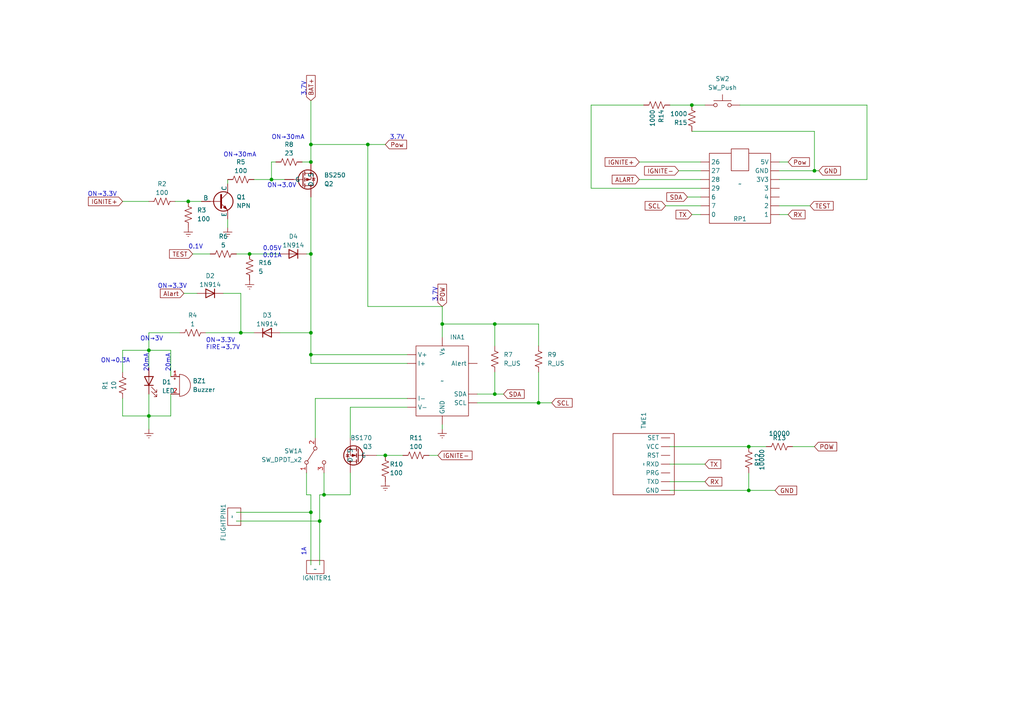
<source format=kicad_sch>
(kicad_sch (version 20230121) (generator eeschema)
  (paper "A4")
  (lib_symbols
    (symbol "Currentmeter-Voltmeter:INA226_module"
      (property "Reference" "INA226" (at 0 0 0))
      (symbol "INA226_module_0_1"
        (rectangle (start -7.62 10.16) (end 7.62 -10.16))
      )
      (symbol "INA226_module_1_1"
        (pin input line (at 10.16 5.08 180) (length 2.54) (name "Alert") (number ""))
        (pin input line (at 0 -12.7 90) (length 2.54) (name "GND") (number ""))
        (pin input line (at -10.16 5.08 0) (length 2.54) (name "I+") (number ""))
        (pin input line (at -10.16 -5.08 0) (length 2.54) (name "I-") (number ""))
        (pin input line (at 10.16 -6.35 180) (length 2.54) (name "SCL") (number ""))
        (pin input line (at 10.16 -3.81 180) (length 2.54) (name "SDA") (number ""))
        (pin input line (at -10.16 7.62 0) (length 2.54) (name "V+") (number ""))
        (pin input line (at -10.16 -7.62 0) (length 2.54) (name "V-") (number ""))
        (pin input line (at 0 12.7 270) (length 2.54) (name "Vs") (number ""))
      )
    )
    (symbol "Device:Buzzer" (pin_names (offset 0.0254) hide)
      (property "Reference" "BZ" (at 3.81 1.27 0))
      (property "Value" "Buzzer" (at 3.81 -1.27 0))
      (symbol "Buzzer_0_1"
        (arc (start 0 -3.175) (mid 3.1612 0) (end 0 3.175))
        (polyline (pts (xy -1.651 1.905) (xy -1.143 1.905)))
        (polyline (pts (xy -1.397 2.159) (xy -1.397 1.651)))
        (polyline (pts (xy 0 3.175) (xy 0 -3.175)))
      )
      (symbol "Buzzer_1_1"
        (pin passive line (at -2.54 2.54 0) (length 2.54) (name "-") (number "1"))
        (pin passive line (at -2.54 -2.54 0) (length 2.54) (name "+") (number "2"))
      )
    )
    (symbol "Device:LED" (pin_numbers hide) (pin_names (offset 1.016) hide)
      (property "Reference" "D" (at 0 2.54 0))
      (property "Value" "LED" (at 0 -2.54 0))
      (symbol "LED_0_1"
        (polyline (pts (xy -1.27 -1.27) (xy -1.27 1.27)) (stroke (width 0.254)))
        (polyline (pts (xy -1.27 0) (xy 1.27 0)))
        (polyline (pts (xy 1.27 -1.27) (xy 1.27 1.27) (xy -1.27 0) (xy 1.27 -1.27)) (stroke (width 0.254)))
        (polyline (pts (xy -3.048 -0.762) (xy -4.572 -2.286) (xy -3.81 -2.286) (xy -4.572 -2.286) (xy -4.572 -1.524)))
        (polyline (pts (xy -1.778 -0.762) (xy -3.302 -2.286) (xy -2.54 -2.286) (xy -3.302 -2.286) (xy -3.302 -1.524)))
      )
      (symbol "LED_1_1"
        (pin passive line (at -3.81 0 0) (length 2.54) (name "K") (number "1"))
        (pin passive line (at 3.81 0 180) (length 2.54) (name "A") (number "2"))
      )
    )
    (symbol "Device:R_US" (pin_numbers hide) (pin_names (offset 0))
      (property "Reference" "R" (at 2.54 0 90))
      (property "Value" "R_US" (at -2.54 0 90))
      (symbol "R_US_0_1"
        (polyline (pts (xy 0 -2.286) (xy 0 -2.54)))
        (polyline (pts (xy 0 2.286) (xy 0 2.54)))
        (polyline (pts (xy 0 -0.762) (xy 1.016 -1.143) (xy 0 -1.524) (xy -1.016 -1.905) (xy 0 -2.286)))
        (polyline (pts (xy 0 0.762) (xy 1.016 0.381) (xy 0 0) (xy -1.016 -0.381) (xy 0 -0.762)))
        (polyline (pts (xy 0 2.286) (xy 1.016 1.905) (xy 0 1.524) (xy -1.016 1.143) (xy 0 0.762)))
      )
      (symbol "R_US_1_1"
        (pin passive line (at 0 3.81 270) (length 1.27) (name "~") (number "1"))
        (pin passive line (at 0 -3.81 90) (length 1.27) (name "~") (number "2"))
      )
    )
    (symbol "Diode:1N914" (pin_numbers hide) (pin_names hide)
      (property "Reference" "D" (at 0 2.54 0))
      (property "Value" "1N914" (at 0 -2.54 0))
      (symbol "1N914_0_1"
        (polyline (pts (xy -1.27 1.27) (xy -1.27 -1.27)) (stroke (width 0.254)))
        (polyline (pts (xy 1.27 0) (xy -1.27 0)))
        (polyline (pts (xy 1.27 1.27) (xy 1.27 -1.27) (xy -1.27 0) (xy 1.27 1.27)) (stroke (width 0.254)))
      )
      (symbol "1N914_1_1"
        (pin passive line (at -3.81 0 0) (length 2.54) (name "K") (number "1"))
        (pin passive line (at 3.81 0 180) (length 2.54) (name "A") (number "2"))
      )
    )
    (symbol "Simulation_SPICE:NPN" (pin_numbers hide) (pin_names (offset 0))
      (property "Reference" "Q" (at -2.54 7.62 0))
      (property "Value" "NPN" (at -2.54 5.08 0))
      (symbol "NPN_0_1"
        (polyline (pts (xy -2.54 0) (xy 0.635 0)) (stroke (width 0.1524)))
        (polyline (pts (xy 0.635 0.635) (xy 2.54 2.54)))
        (polyline (pts (xy 2.794 -1.27) (xy 2.794 -1.27)) (stroke (width 0.1524)))
        (polyline (pts (xy 2.794 -1.27) (xy 2.794 -1.27)) (stroke (width 0.1524)))
        (polyline (pts (xy 0.635 -0.635) (xy 2.54 -2.54) (xy 2.54 -2.54)))
        (polyline (pts (xy 0.635 1.905) (xy 0.635 -1.905) (xy 0.635 -1.905)) (stroke (width 0.508)))
        (polyline (pts (xy 1.27 -1.778) (xy 1.778 -1.27) (xy 2.286 -2.286) (xy 1.27 -1.778) (xy 1.27 -1.778)) (fill (type outline)))
        (circle (center 1.27 0) (radius 2.8194) (stroke (width 0.254)))
      )
      (symbol "NPN_1_1"
        (pin open_collector line (at 2.54 5.08 270) (length 2.54) (name "C") (number "1"))
        (pin input line (at -5.08 0 0) (length 2.54) (name "B") (number "2"))
        (pin open_emitter line (at 2.54 -5.08 90) (length 2.54) (name "E") (number "3"))
      )
    )
    (symbol "SingleIgniter_1"
      (property "Reference" "Ig" (at 0 0 0))
      (symbol "SingleIgniter_1_0_1"
        (rectangle (start -2.54 2.54) (end 2.54 -1.27))
      )
      (symbol "SingleIgniter_1_1_1"
        (pin input line (at -1.27 1.27 90) (length 0) (name "") (number ""))
        (pin input line (at 1.27 1.27 90) (length 0) (name "") (number ""))
      )
    )
    (symbol "Switch:SW_DPDT_x2" (pin_names (offset 0) hide)
      (property "Reference" "SW" (at 0 4.318 0))
      (property "Value" "SW_DPDT_x2" (at 0 -5.08 0))
      (symbol "SW_DPDT_x2_0_0"
        (circle (center -2.032 0) (radius 0.508))
        (circle (center 2.032 -2.54) (radius 0.508))
      )
      (symbol "SW_DPDT_x2_0_1"
        (polyline (pts (xy -1.524 0.254) (xy 1.651 2.286)))
        (circle (center 2.032 2.54) (radius 0.508))
      )
      (symbol "SW_DPDT_x2_1_1"
        (pin passive line (at 5.08 2.54 180) (length 2.54) (name "A") (number "1"))
        (pin passive line (at -5.08 0 0) (length 2.54) (name "B") (number "2"))
        (pin passive line (at 5.08 -2.54 180) (length 2.54) (name "C") (number "3"))
      )
      (symbol "SW_DPDT_x2_2_1"
        (pin passive line (at 5.08 2.54 180) (length 2.54) (name "A") (number "4"))
        (pin passive line (at -5.08 0 0) (length 2.54) (name "B") (number "5"))
        (pin passive line (at 5.08 -2.54 180) (length 2.54) (name "C") (number "6"))
      )
    )
    (symbol "Switch:SW_Push" (pin_numbers hide) (pin_names (offset 1.016) hide)
      (property "Reference" "SW" (at 1.27 2.54 0))
      (property "Value" "SW_Push" (at 0 -1.524 0))
      (symbol "SW_Push_0_1"
        (circle (center -2.032 0) (radius 0.508))
        (polyline (pts (xy 0 1.27) (xy 0 3.048)))
        (polyline (pts (xy 2.54 1.27) (xy -2.54 1.27)))
        (circle (center 2.032 0) (radius 0.508))
        (pin passive line (at -5.08 0 0) (length 2.54) (name "1") (number "1"))
        (pin passive line (at 5.08 0 180) (length 2.54) (name "2") (number "2"))
      )
    )
    (symbol "Transistor_FET:BS170" (pin_numbers hide)
      (property "Reference" "Q" (at 5.08 1.905 0))
      (property "Value" "BS170" (at 5.08 0 0))
      (symbol "BS170_0_1"
        (polyline (pts (xy 0.254 0) (xy -2.54 0)))
        (polyline (pts (xy 0.254 1.905) (xy 0.254 -1.905)) (stroke (width 0.254)))
        (polyline (pts (xy 0.762 -1.27) (xy 0.762 -2.286)) (stroke (width 0.254)))
        (polyline (pts (xy 0.762 0.508) (xy 0.762 -0.508)) (stroke (width 0.254)))
        (polyline (pts (xy 0.762 2.286) (xy 0.762 1.27)) (stroke (width 0.254)))
        (polyline (pts (xy 2.54 2.54) (xy 2.54 1.778)))
        (polyline (pts (xy 2.54 -2.54) (xy 2.54 0) (xy 0.762 0)))
        (polyline (pts (xy 0.762 -1.778) (xy 3.302 -1.778) (xy 3.302 1.778) (xy 0.762 1.778)))
        (polyline (pts (xy 1.016 0) (xy 2.032 0.381) (xy 2.032 -0.381) (xy 1.016 0)) (fill (type outline)))
        (polyline (pts (xy 2.794 0.508) (xy 2.921 0.381) (xy 3.683 0.381) (xy 3.81 0.254)))
        (polyline (pts (xy 3.302 0.381) (xy 2.921 -0.254) (xy 3.683 -0.254) (xy 3.302 0.381)))
        (circle (center 1.651 0) (radius 2.794) (stroke (width 0.254)))
        (circle (center 2.54 -1.778) (radius 0.254) (fill (type outline)))
        (circle (center 2.54 1.778) (radius 0.254) (fill (type outline)))
      )
      (symbol "BS170_1_1"
        (pin passive line (at 2.54 5.08 270) (length 2.54) (name "D") (number "1"))
        (pin input line (at -5.08 0 0) (length 2.54) (name "G") (number "2"))
        (pin passive line (at 2.54 -5.08 90) (length 2.54) (name "S") (number "3"))
      )
    )
    (symbol "Transistor_FET:BS250" (pin_numbers hide)
      (property "Reference" "Q" (at 5.08 1.905 0))
      (property "Value" "BS250" (at 5.08 0 0))
      (symbol "BS250_0_1"
        (polyline (pts (xy 0.254 0) (xy -2.54 0)))
        (polyline (pts (xy 0.254 1.905) (xy 0.254 -1.905)) (stroke (width 0.254)))
        (polyline (pts (xy 0.762 -1.27) (xy 0.762 -2.286)) (stroke (width 0.254)))
        (polyline (pts (xy 0.762 0.508) (xy 0.762 -0.508)) (stroke (width 0.254)))
        (polyline (pts (xy 0.762 2.286) (xy 0.762 1.27)) (stroke (width 0.254)))
        (polyline (pts (xy 2.54 2.54) (xy 2.54 1.778)))
        (polyline (pts (xy 2.54 -2.54) (xy 2.54 0) (xy 0.762 0)))
        (polyline (pts (xy 0.762 1.778) (xy 3.302 1.778) (xy 3.302 -1.778) (xy 0.762 -1.778)))
        (polyline (pts (xy 2.286 0) (xy 1.27 0.381) (xy 1.27 -0.381) (xy 2.286 0)) (fill (type outline)))
        (polyline (pts (xy 2.794 -0.508) (xy 2.921 -0.381) (xy 3.683 -0.381) (xy 3.81 -0.254)))
        (polyline (pts (xy 3.302 -0.381) (xy 2.921 0.254) (xy 3.683 0.254) (xy 3.302 -0.381)))
        (circle (center 1.651 0) (radius 2.794) (stroke (width 0.254)))
        (circle (center 2.54 -1.778) (radius 0.254) (fill (type outline)))
        (circle (center 2.54 1.778) (radius 0.254) (fill (type outline)))
      )
      (symbol "BS250_1_1"
        (pin passive line (at 2.54 5.08 270) (length 2.54) (name "D") (number "1"))
        (pin input line (at -5.08 0 0) (length 2.54) (name "G") (number "2"))
        (pin passive line (at 2.54 -5.08 90) (length 2.54) (name "S") (number "3"))
      )
    )
    (symbol "miconboard:Seeed_Xiao_RP2040"
      (property "Reference" "RP2040" (at 0 -1.27 90))
      (symbol "Seeed_Xiao_RP2040_1_1"
        (polyline (pts (xy -8.89 -11.43) (xy -8.89 8.89) (xy -2.54 8.89) (xy -2.54 10.16) (xy -2.54 3.81) (xy 2.54 3.81) (xy 2.54 10.16) (xy -2.54 10.16) (xy 2.54 10.16) (xy 2.54 8.89) (xy 8.89 8.89) (xy 8.89 -11.43) (xy -7.62 -11.43) (xy -8.89 -11.43)))
        (pin input line (at -11.43 -8.89 0) (length 2.54) (name "0") (number ""))
        (pin input line (at 11.43 -8.89 180) (length 2.54) (name "1") (number ""))
        (pin input line (at 11.43 -6.35 180) (length 2.54) (name "2") (number ""))
        (pin input line (at -11.43 6.35 0) (length 2.54) (name "26") (number ""))
        (pin input line (at -11.43 3.81 0) (length 2.54) (name "27") (number ""))
        (pin input line (at -11.43 1.27 0) (length 2.54) (name "28") (number ""))
        (pin input line (at -11.43 -1.27 0) (length 2.54) (name "29") (number ""))
        (pin input line (at 11.43 -1.27 180) (length 2.54) (name "3") (number ""))
        (pin input line (at 11.43 1.27 180) (length 2.54) (name "3V3") (number ""))
        (pin input line (at 11.43 -3.81 180) (length 2.54) (name "4") (number ""))
        (pin input line (at 11.43 6.35 180) (length 2.54) (name "5V") (number ""))
        (pin input line (at -11.43 -3.81 0) (length 2.54) (name "6") (number ""))
        (pin input line (at -11.43 -6.35 0) (length 2.54) (name "7") (number ""))
        (pin input line (at 11.43 3.81 180) (length 2.54) (name "GND") (number ""))
      )
    )
    (symbol "miconboard:TWELITE_UART"
      (property "Reference" "TWE" (at 0 0 0))
      (symbol "TWELITE_UART_0_1"
        (rectangle (start -8.89 8.89) (end 8.89 -8.89))
      )
      (symbol "TWELITE_UART_1_1"
        (pin input line (at -7.62 -7.62 90) (length 2.54) (name "GND") (number ""))
        (pin input line (at -2.54 -7.62 90) (length 2.54) (name "PRG") (number ""))
        (pin input line (at 2.54 -7.62 90) (length 2.54) (name "RST") (number ""))
        (pin input line (at 0 -7.62 90) (length 2.54) (name "RXD") (number ""))
        (pin input line (at 7.62 -7.62 90) (length 2.54) (name "SET") (number ""))
        (pin input line (at -5.08 -7.62 90) (length 2.54) (name "TXD") (number ""))
        (pin input line (at 5.08 -7.62 90) (length 2.54) (name "VCC") (number ""))
      )
    )
    (symbol "power:Earth" (power) (pin_names (offset 0))
      (symbol "Earth_0_1"
        (polyline (pts (xy -0.635 -1.905) (xy 0.635 -1.905)))
        (polyline (pts (xy -0.127 -2.54) (xy 0.127 -2.54)))
        (polyline (pts (xy 0 -1.27) (xy 0 0)))
        (polyline (pts (xy 1.27 -1.27) (xy -1.27 -1.27)))
      )
      (symbol "Earth_1_1"
        (pin power_in line (at 0 0 270) (length 0) hide (name "Earth") (number "1"))
      )
    )
  )
  (junction (at 143.51 114.3))
  (junction (at 236.22 49.53))
  (junction (at 217.17 142.24))
  (junction (at 72.39 73.66))
  (junction (at 106.68 41.91))
  (junction (at 92.71 151.13))
  (junction (at 200.66 30.48))
  (junction (at 43.18 120.65))
  (junction (at 54.61 58.42))
  (junction (at 43.18 101.6))
  (junction (at 90.17 46.99))
  (junction (at 128.27 93.98))
  (junction (at 143.51 93.98))
  (junction (at 90.17 41.91))
  (junction (at 90.17 102.87))
  (junction (at 78.74 52.07))
  (junction (at 69.85 96.52))
  (junction (at 156.21 116.84))
  (junction (at 90.17 96.52))
  (junction (at 90.17 73.66))
  (junction (at 111.76 132.08))
  (junction (at 217.17 129.54))
  (junction (at 93.98 143.51))
  (junction (at 90.17 148.59))
  (wire (pts (xy 90.17 73.66) (xy 90.17 96.52)))
  (wire (pts (xy 138.43 116.84) (xy 156.21 116.84)))
  (wire (pts (xy 143.51 93.98) (xy 143.51 100.33)))
  (wire (pts (xy 101.6 118.11) (xy 118.11 118.11)))
  (wire (pts (xy 229.87 129.54) (xy 236.22 129.54)))
  (wire (pts (xy 217.17 142.24) (xy 224.79 142.24)))
  (wire (pts (xy 118.11 115.57) (xy 91.44 115.57)))
  (wire (pts (xy 87.63 46.99) (xy 90.17 46.99)))
  (wire (pts (xy 194.31 30.48) (xy 200.66 30.48)))
  (wire (pts (xy 128.27 93.98) (xy 128.27 97.79)))
  (wire (pts (xy 88.9 73.66) (xy 90.17 73.66)))
  (wire (pts (xy 156.21 116.84) (xy 160.02 116.84)))
  (wire (pts (xy 194.31 142.24) (xy 217.17 142.24)))
  (wire (pts (xy 143.51 107.95) (xy 143.51 114.3)))
  (wire (pts (xy 90.17 143.51) (xy 90.17 148.59)))
  (wire (pts (xy 251.46 30.48) (xy 251.46 52.07)))
  (wire (pts (xy 90.17 41.91) (xy 90.17 46.99)))
  (wire (pts (xy 35.56 120.65) (xy 43.18 120.65)))
  (wire (pts (xy 106.68 41.91) (xy 111.76 41.91)))
  (wire (pts (xy 118.11 105.41) (xy 90.17 105.41)))
  (wire (pts (xy 35.56 101.6) (xy 43.18 101.6)))
  (wire (pts (xy 171.45 30.48) (xy 171.45 54.61)))
  (wire (pts (xy 143.51 93.98) (xy 156.21 93.98)))
  (wire (pts (xy 49.53 101.6) (xy 49.53 109.22)))
  (wire (pts (xy 43.18 96.52) (xy 43.18 101.6)))
  (wire (pts (xy 226.06 49.53) (xy 236.22 49.53)))
  (wire (pts (xy 217.17 129.54) (xy 222.25 129.54)))
  (wire (pts (xy 128.27 88.9) (xy 106.68 88.9)))
  (wire (pts (xy 53.34 85.09) (xy 57.15 85.09)))
  (wire (pts (xy 59.69 96.52) (xy 69.85 96.52)))
  (wire (pts (xy 43.18 101.6) (xy 43.18 106.68)))
  (wire (pts (xy 43.18 114.3) (xy 43.18 120.65)))
  (wire (pts (xy 35.56 107.95) (xy 35.56 101.6)))
  (wire (pts (xy 69.85 85.09) (xy 69.85 96.52)))
  (wire (pts (xy 236.22 49.53) (xy 237.49 49.53)))
  (wire (pts (xy 90.17 143.51) (xy 88.9 143.51)))
  (wire (pts (xy 50.8 58.42) (xy 54.61 58.42)))
  (wire (pts (xy 199.39 57.15) (xy 203.2 57.15)))
  (wire (pts (xy 90.17 41.91) (xy 106.68 41.91)))
  (wire (pts (xy 228.6 46.99) (xy 226.06 46.99)))
  (wire (pts (xy 156.21 107.95) (xy 156.21 116.84)))
  (wire (pts (xy 214.63 30.48) (xy 251.46 30.48)))
  (wire (pts (xy 116.84 132.08) (xy 111.76 132.08)))
  (wire (pts (xy 128.27 123.19) (xy 128.27 124.46)))
  (wire (pts (xy 93.98 143.51) (xy 93.98 137.16)))
  (wire (pts (xy 251.46 52.07) (xy 226.06 52.07)))
  (wire (pts (xy 43.18 96.52) (xy 52.07 96.52)))
  (wire (pts (xy 106.68 88.9) (xy 106.68 41.91)))
  (wire (pts (xy 143.51 114.3) (xy 146.05 114.3)))
  (wire (pts (xy 78.74 46.99) (xy 78.74 52.07)))
  (wire (pts (xy 68.58 148.59) (xy 90.17 148.59)))
  (wire (pts (xy 226.06 59.69) (xy 234.95 59.69)))
  (wire (pts (xy 196.85 49.53) (xy 203.2 49.53)))
  (wire (pts (xy 156.21 100.33) (xy 156.21 93.98)))
  (wire (pts (xy 101.6 137.16) (xy 101.6 143.51)))
  (wire (pts (xy 73.66 52.07) (xy 78.74 52.07)))
  (wire (pts (xy 193.04 59.69) (xy 203.2 59.69)))
  (wire (pts (xy 194.31 139.7) (xy 204.47 139.7)))
  (wire (pts (xy 200.66 62.23) (xy 203.2 62.23)))
  (wire (pts (xy 88.9 143.51) (xy 88.9 137.16)))
  (wire (pts (xy 124.46 132.08) (xy 127 132.08)))
  (wire (pts (xy 185.42 52.07) (xy 203.2 52.07)))
  (wire (pts (xy 90.17 57.15) (xy 90.17 73.66)))
  (wire (pts (xy 90.17 29.21) (xy 90.17 41.91)))
  (wire (pts (xy 43.18 101.6) (xy 49.53 101.6)))
  (wire (pts (xy 101.6 127) (xy 101.6 118.11)))
  (wire (pts (xy 111.76 132.08) (xy 109.22 132.08)))
  (wire (pts (xy 194.31 129.54) (xy 217.17 129.54)))
  (wire (pts (xy 66.04 52.07) (xy 66.04 53.34)))
  (wire (pts (xy 128.27 88.9) (xy 128.27 93.98)))
  (wire (pts (xy 92.71 151.13) (xy 92.71 143.51)))
  (wire (pts (xy 72.39 73.66) (xy 81.28 73.66)))
  (wire (pts (xy 66.04 63.5) (xy 66.04 66.04)))
  (wire (pts (xy 194.31 134.62) (xy 204.47 134.62)))
  (wire (pts (xy 217.17 137.16) (xy 217.17 142.24)))
  (wire (pts (xy 49.53 114.3) (xy 49.53 120.65)))
  (wire (pts (xy 92.71 151.13) (xy 92.71 163.83)))
  (wire (pts (xy 43.18 120.65) (xy 43.18 124.46)))
  (wire (pts (xy 68.58 73.66) (xy 72.39 73.66)))
  (wire (pts (xy 90.17 96.52) (xy 90.17 102.87)))
  (wire (pts (xy 54.61 58.42) (xy 58.42 58.42)))
  (wire (pts (xy 138.43 114.3) (xy 143.51 114.3)))
  (wire (pts (xy 68.58 151.13) (xy 92.71 151.13)))
  (wire (pts (xy 64.77 85.09) (xy 69.85 85.09)))
  (wire (pts (xy 78.74 52.07) (xy 82.55 52.07)))
  (wire (pts (xy 55.88 73.66) (xy 60.96 73.66)))
  (wire (pts (xy 91.44 115.57) (xy 91.44 127)))
  (wire (pts (xy 101.6 143.51) (xy 93.98 143.51)))
  (wire (pts (xy 81.28 96.52) (xy 90.17 96.52)))
  (wire (pts (xy 171.45 54.61) (xy 203.2 54.61)))
  (wire (pts (xy 186.69 30.48) (xy 171.45 30.48)))
  (wire (pts (xy 90.17 148.59) (xy 90.17 163.83)))
  (wire (pts (xy 226.06 62.23) (xy 228.6 62.23)))
  (wire (pts (xy 49.53 120.65) (xy 43.18 120.65)))
  (wire (pts (xy 128.27 93.98) (xy 143.51 93.98)))
  (wire (pts (xy 236.22 38.1) (xy 236.22 49.53)))
  (wire (pts (xy 185.42 46.99) (xy 203.2 46.99)))
  (wire (pts (xy 200.66 38.1) (xy 236.22 38.1)))
  (wire (pts (xy 90.17 105.41) (xy 90.17 102.87)))
  (wire (pts (xy 35.56 115.57) (xy 35.56 120.65)))
  (wire (pts (xy 78.74 46.99) (xy 80.01 46.99)))
  (wire (pts (xy 69.85 96.52) (xy 73.66 96.52)))
  (wire (pts (xy 200.66 30.48) (xy 204.47 30.48)))
  (wire (pts (xy 93.98 143.51) (xy 92.71 143.51)))
  (wire (pts (xy 35.56 58.42) (xy 43.18 58.42)))
  (wire (pts (xy 90.17 102.87) (xy 118.11 102.87)))
  (text "3.7V" (at 88.9 27.94 90) (effects (font (size 1.27 1.27)) (justify left bottom)))
  (text "20mA" (at 49.53 107.95 90) (effects (font (size 1.27 1.27)) (justify left bottom)))
  (text "ON→30mA" (at 78.74 40.64 0) (effects (font (size 1.27 1.27)) (justify left bottom)))
  (text "20mA" (at 43.18 107.95 90) (effects (font (size 1.27 1.27)) (justify left bottom)))
  (text "ON→3V" (at 40.64 99.06 0) (effects (font (size 1.27 1.27)) (justify left bottom)))
  (text "ON→3.0V" (at 77.47 54.61 0) (effects (font (size 1.27 1.27)) (justify left bottom)))
  (text "0.05V\n0.01A" (at 76.2 74.93 0) (effects (font (size 1.27 1.27)) (justify left bottom)))
  (text "0.1V" (at 54.61 72.39 0) (effects (font (size 1.27 1.27)) (justify left bottom)))
  (text "ON→30mA" (at 64.77 45.72 0) (effects (font (size 1.27 1.27)) (justify left bottom)))
  (text "ON→3.3V" (at 25.4 57.15 0) (effects (font (size 1.27 1.27)) (justify left bottom)))
  (text "ON→0.3A" (at 29.21 105.41 0) (effects (font (size 1.27 1.27)) (justify left bottom)))
  (text "1A" (at 88.9 161.29 90) (effects (font (size 1.27 1.27)) (justify left bottom)))
  (text "ON→3.3V\nFIRE→3.7V" (at 59.69 101.6 0) (effects (font (size 1.27 1.27)) (justify left bottom)))
  (text "3.7V" (at 113.03 40.64 0) (effects (font (size 1.27 1.27)) (justify left bottom)))
  (text "3.7V" (at 127 87.63 90) (effects (font (size 1.27 1.27)) (justify left bottom)))
  (text "ON→3.3V" (at 45.72 83.82 0) (effects (font (size 1.27 1.27)) (justify left bottom)))
  (global_label "SCL" (shape input) (at 160.02 116.84 0) (property "Intersheetrefs" "${INTERSHEET_REFS}" (effects hide)))
  (global_label "RX" (shape input) (at 228.6 62.23 0) (property "Intersheetrefs" "${INTERSHEET_REFS}" (effects hide)))
  (global_label "Alart" (shape input) (at 53.34 85.09 180) (property "Intersheetrefs" "${INTERSHEET_REFS}" (effects hide)))
  (global_label "IGNITE+" (shape input) (at 185.42 46.99 180) (property "Intersheetrefs" "${INTERSHEET_REFS}" (effects hide)))
  (global_label "TEST" (shape input) (at 234.95 59.69 0) (property "Intersheetrefs" "${INTERSHEET_REFS}" (effects hide)))
  (global_label "POW" (shape input) (at 236.22 129.54 0) (property "Intersheetrefs" "${INTERSHEET_REFS}" (effects hide)))
  (global_label "GND" (shape input) (at 224.79 142.24 0) (property "Intersheetrefs" "${INTERSHEET_REFS}" (effects hide)))
  (global_label "IGNITE-" (shape input) (at 127 132.08 0) (property "Intersheetrefs" "${INTERSHEET_REFS}" (effects hide)))
  (global_label "ALART" (shape input) (at 185.42 52.07 180) (property "Intersheetrefs" "${INTERSHEET_REFS}" (effects hide)))
  (global_label "IGNITE+" (shape input) (at 35.56 58.42 180) (property "Intersheetrefs" "${INTERSHEET_REFS}" (effects hide)))
  (global_label "Pow" (shape input) (at 111.76 41.91 0) (property "Intersheetrefs" "${INTERSHEET_REFS}" (effects hide)))
  (global_label "SDA" (shape input) (at 146.05 114.3 0) (property "Intersheetrefs" "${INTERSHEET_REFS}" (effects hide)))
  (global_label "BAT+" (shape input) (at 90.17 29.21 90) (property "Intersheetrefs" "${INTERSHEET_REFS}" (effects hide)))
  (global_label "TX" (shape input) (at 204.47 134.62 0) (property "Intersheetrefs" "${INTERSHEET_REFS}" (effects hide)))
  (global_label "RX" (shape input) (at 204.47 139.7 0) (property "Intersheetrefs" "${INTERSHEET_REFS}" (effects hide)))
  (global_label "POW" (shape input) (at 128.27 88.9 90) (property "Intersheetrefs" "${INTERSHEET_REFS}" (effects hide)))
  (global_label "TEST" (shape input) (at 55.88 73.66 180) (property "Intersheetrefs" "${INTERSHEET_REFS}" (effects hide)))
  (global_label "TX" (shape input) (at 200.66 62.23 180) (property "Intersheetrefs" "${INTERSHEET_REFS}" (effects hide)))
  (global_label "IGNITE-" (shape input) (at 196.85 49.53 180) (property "Intersheetrefs" "${INTERSHEET_REFS}" (effects hide)))
  (global_label "Pow" (shape input) (at 228.6 46.99 0) (property "Intersheetrefs" "${INTERSHEET_REFS}" (effects hide)))
  (global_label "GND" (shape input) (at 237.49 49.53 0) (property "Intersheetrefs" "${INTERSHEET_REFS}" (effects hide)))
  (global_label "SDA" (shape input) (at 199.39 57.15 180) (property "Intersheetrefs" "${INTERSHEET_REFS}" (effects hide)))
  (global_label "SCL" (shape input) (at 193.04 59.69 180) (property "Intersheetrefs" "${INTERSHEET_REFS}" (effects hide)))
  (symbol (lib_id "Device:R_US") (at 72.39 77.47 180) (unit 1)
    (property "Reference" "R16" (at 74.93 76.2 0) (effects (justify right)))
    (property "Value" "5" (at 74.93 78.74 0) (effects (justify right)))
  )
  (symbol (lib_name "SingleIgniter_1") (lib_id "Modelrocket Igniter:SingleIgniter") (at 91.44 165.1 0) (unit 1)
    (property "Reference" "IGNITER1" (at 87.63 167.64 0) (effects (justify left)))
    (property "Value" "~" (at 91.44 165.1 0))
  )
  (symbol (lib_id "Device:R_US") (at 35.56 111.76 180) (unit 1)
    (property "Reference" "R1" (at 30.48 111.76 90))
    (property "Value" "10" (at 33.02 111.76 90))
  )
  (symbol (lib_id "Device:R_US") (at 217.17 133.35 180) (unit 1)
    (property "Reference" "R12" (at 219.71 133.35 90))
    (property "Value" "10000" (at 220.98 133.35 90))
  )
  (symbol (lib_id "Transistor_FET:BS170") (at 104.14 132.08 180) (unit 1)
    (property "Reference" "Q3" (at 107.95 129.54 0) (effects (justify left)))
    (property "Value" "BS170" (at 107.95 127 0) (effects (justify left)))
    (property "Footprint" "Package_TO_SOT_THT:TO-92_Inline" (effects hide))
    (property "Datasheet" "https://www.onsemi.com/pub/Collateral/BS170-D.PDF" (effects hide))
  )
  (symbol (lib_id "power:Earth") (at 54.61 66.04 0) (unit 1)
    (property "Reference" "#PWR02" (effects hide))
    (property "Value" "Earth" (effects hide))
  )
  (symbol (lib_id "power:Earth") (at 128.27 124.46 0) (unit 1)
    (property "Reference" "#PWR06" (effects hide))
    (property "Value" "Earth" (effects hide))
  )
  (symbol (lib_id "Device:R_US") (at 156.21 104.14 0) (unit 1)
    (property "Reference" "R9" (at 158.75 102.87 0) (effects (justify left)))
    (property "Value" "R_US" (at 158.75 105.41 0) (effects (justify left)))
  )
  (symbol (lib_id "Device:R_US") (at 83.82 46.99 270) (unit 1)
    (property "Reference" "R8" (at 83.82 41.91 90))
    (property "Value" "23" (at 83.82 44.45 90))
  )
  (symbol (lib_id "Simulation_SPICE:NPN") (at 63.5 58.42 0) (unit 1)
    (property "Reference" "Q1" (at 68.58 57.15 0) (effects (justify left)))
    (property "Value" "NPN" (at 68.58 59.69 0) (effects (justify left)))
    (property "Sim.Device" "NPN" (effects hide))
    (property "Sim.Type" "GUMMELPOON" (effects hide))
    (property "Sim.Pins" "1=C 2=B 3=E" (effects hide))
  )
  (symbol (lib_id "Currentmeter-Voltmeter:INA226_module") (at 128.27 110.49 0) (unit 1)
    (property "Reference" "INA1" (at 130.4641 97.79 0) (effects (justify left)))
    (property "Value" "~" (at 128.27 110.49 0))
  )
  (symbol (lib_id "Device:R_US") (at 143.51 104.14 0) (unit 1)
    (property "Reference" "R7" (at 146.05 102.87 0) (effects (justify left)))
    (property "Value" "R_US" (at 146.05 105.41 0) (effects (justify left)))
  )
  (symbol (lib_id "miconboard:TWELITE_UART") (at 186.69 134.62 90) (unit 1)
    (property "Reference" "TWE1" (at 186.69 124.46 0) (effects (justify left)))
    (property "Value" "~" (at 186.69 134.62 0))
  )
  (symbol (lib_id "power:Earth") (at 43.18 124.46 0) (unit 1)
    (property "Reference" "#PWR01" (effects hide))
    (property "Value" "Earth" (effects hide))
  )
  (symbol (lib_id "Device:Buzzer") (at 52.07 111.76 0) (unit 1)
    (property "Reference" "BZ1" (at 55.88 110.49 0) (effects (justify left)))
    (property "Value" "Buzzer" (at 55.88 113.03 0) (effects (justify left)))
  )
  (symbol (lib_id "power:Earth") (at 72.39 81.28 0) (unit 1)
    (property "Reference" "#PWR04" (effects hide))
    (property "Value" "Earth" (effects hide))
  )
  (symbol (lib_id "Device:R_US") (at 55.88 96.52 90) (unit 1)
    (property "Reference" "R4" (at 55.88 91.44 90))
    (property "Value" "1" (at 55.88 93.98 90))
  )
  (symbol (lib_id "Device:R_US") (at 69.85 52.07 270) (unit 1)
    (property "Reference" "R5" (at 69.85 46.99 90))
    (property "Value" "100" (at 69.85 49.53 90))
  )
  (symbol (lib_id "Diode:1N914") (at 85.09 73.66 0) (mirror y) (unit 1)
    (property "Reference" "D4" (at 85.09 68.58 0))
    (property "Value" "1N914" (at 85.09 71.12 0))
    (property "Footprint" "Diode_THT:D_DO-35_SOD27_P7.62mm_Horizontal" (effects hide))
    (property "Datasheet" "http://www.vishay.com/docs/85622/1n914.pdf" (effects hide))
    (property "Sim.Device" "D" (effects hide))
    (property "Sim.Pins" "1=K 2=A" (effects hide))
  )
  (symbol (lib_name "SingleIgniter_1") (lib_id "Modelrocket Igniter:SingleIgniter") (at 67.31 149.86 270) (unit 1)
    (property "Reference" "FLIGHTPIN1" (at 64.77 146.05 0) (effects (justify left)))
    (property "Value" "~" (at 67.31 149.86 0))
  )
  (symbol (lib_id "Device:R_US") (at 46.99 58.42 270) (unit 1)
    (property "Reference" "R2" (at 46.99 53.34 90))
    (property "Value" "100" (at 46.99 55.88 90))
  )
  (symbol (lib_id "Diode:1N914") (at 60.96 85.09 0) (mirror y) (unit 1)
    (property "Reference" "D2" (at 60.96 80.01 0))
    (property "Value" "1N914" (at 60.96 82.55 0))
    (property "Footprint" "Diode_THT:D_DO-35_SOD27_P7.62mm_Horizontal" (effects hide))
    (property "Datasheet" "http://www.vishay.com/docs/85622/1n914.pdf" (effects hide))
    (property "Sim.Device" "D" (effects hide))
    (property "Sim.Pins" "1=K 2=A" (effects hide))
  )
  (symbol (lib_id "Device:R_US") (at 200.66 34.29 180) (unit 1)
    (property "Reference" "R15" (at 199.39 35.56 0) (effects (justify left)))
    (property "Value" "1000" (at 199.39 33.02 0) (effects (justify left)))
  )
  (symbol (lib_id "Device:R_US") (at 111.76 135.89 180) (unit 1)
    (property "Reference" "R10" (at 113.03 134.62 0) (effects (justify right)))
    (property "Value" "100" (at 113.03 137.16 0) (effects (justify right)))
  )
  (symbol (lib_id "Device:LED") (at 43.18 110.49 90) (unit 1)
    (property "Reference" "D1" (at 46.99 110.8075 90) (effects (justify right)))
    (property "Value" "LED" (at 46.99 113.3475 90) (effects (justify right)))
  )
  (symbol (lib_id "Device:R_US") (at 120.65 132.08 270) (unit 1)
    (property "Reference" "R11" (at 120.65 127 90))
    (property "Value" "100" (at 120.65 129.54 90))
  )
  (symbol (lib_id "Switch:SW_Push") (at 209.55 30.48 0) (unit 1)
    (property "Reference" "SW2" (at 209.55 22.86 0))
    (property "Value" "SW_Push" (at 209.55 25.4 0))
  )
  (symbol (lib_id "Device:R_US") (at 190.5 30.48 270) (unit 1)
    (property "Reference" "R14" (at 191.77 31.75 0) (effects (justify left)))
    (property "Value" "1000" (at 189.23 31.75 0) (effects (justify left)))
  )
  (symbol (lib_id "Device:R_US") (at 226.06 129.54 270) (unit 1)
    (property "Reference" "R13" (at 226.06 127 90))
    (property "Value" "10000" (at 226.06 125.73 90))
  )
  (symbol (lib_id "miconboard:Seeed_Xiao_RP2040") (at 214.63 53.34 0) (unit 1)
    (property "Reference" "RP1" (at 214.63 63.5 0))
    (property "Value" "~" (at 214.63 53.34 0))
  )
  (symbol (lib_id "Device:R_US") (at 54.61 62.23 180) (unit 1)
    (property "Reference" "R3" (at 57.15 60.96 0) (effects (justify right)))
    (property "Value" "100" (at 57.15 63.5 0) (effects (justify right)))
  )
  (symbol (lib_id "Diode:1N914") (at 77.47 96.52 0) (unit 1)
    (property "Reference" "D3" (at 77.47 91.44 0))
    (property "Value" "1N914" (at 77.47 93.98 0))
    (property "Footprint" "Diode_THT:D_DO-35_SOD27_P7.62mm_Horizontal" (effects hide))
    (property "Datasheet" "http://www.vishay.com/docs/85622/1n914.pdf" (effects hide))
    (property "Sim.Device" "D" (effects hide))
    (property "Sim.Pins" "1=K 2=A" (effects hide))
  )
  (symbol (lib_id "Switch:SW_DPDT_x2") (at 91.44 132.08 90) (mirror x) (unit 1)
    (property "Reference" "SW1" (at 87.63 130.81 90) (effects (justify left)))
    (property "Value" "SW_DPDT_x2" (at 87.63 133.35 90) (effects (justify left)))
  )
  (symbol (lib_id "Device:R_US") (at 64.77 73.66 270) (unit 1)
    (property "Reference" "R6" (at 64.77 68.58 90))
    (property "Value" "5" (at 64.77 71.12 90))
  )
  (symbol (lib_id "power:Earth") (at 111.76 139.7 0) (unit 1)
    (property "Reference" "#PWR05" (effects hide))
    (property "Value" "Earth" (effects hide))
  )
  (symbol (lib_id "power:Earth") (at 66.04 66.04 0) (unit 1)
    (property "Reference" "#PWR03" (effects hide))
    (property "Value" "Earth" (effects hide))
  )
  (symbol (lib_id "Transistor_FET:BS250") (at 87.63 52.07 0) (mirror x) (unit 1)
    (property "Reference" "Q2" (at 93.98 53.34 0) (effects (justify left)))
    (property "Value" "BS250" (at 93.98 50.8 0) (effects (justify left)))
    (property "Footprint" "Package_TO_SOT_THT:TO-92_Inline" (effects hide))
    (property "Datasheet" "http://www.vishay.com/docs/70209/70209.pdf" (effects hide))
  )
)
</source>
